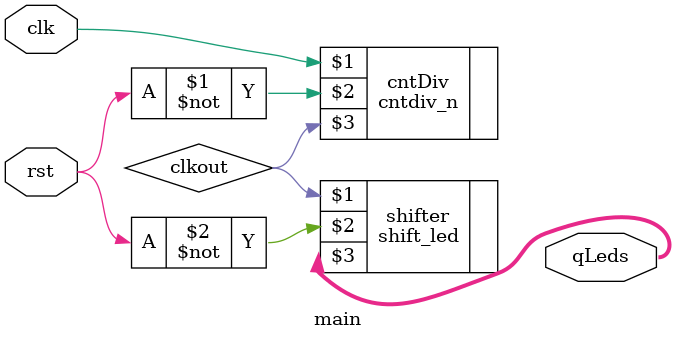
<source format=sv>
module main #(SHIFT_BITS = 10, TOPVALUE = 50_000_000) (clk, rst, qLeds);
	input logic clk, rst;
	output logic [SHIFT_BITS -1:0] qLeds;
	
	//Internal signals
	logic clkout;
	//botones en tarjeta estan activos en bajo, hacer conversion
	
	cntdiv_n #(TOPVALUE) cntDiv (clk, ~rst, clkout);  //Se puede instanciar otros modulos
	//cntDiv: Es el nombre de la intstancia (como objetos en C++)
	
	shift_led #(SHIFT_BITS) shifter (clkout, ~rst, qLeds);
endmodule
</source>
